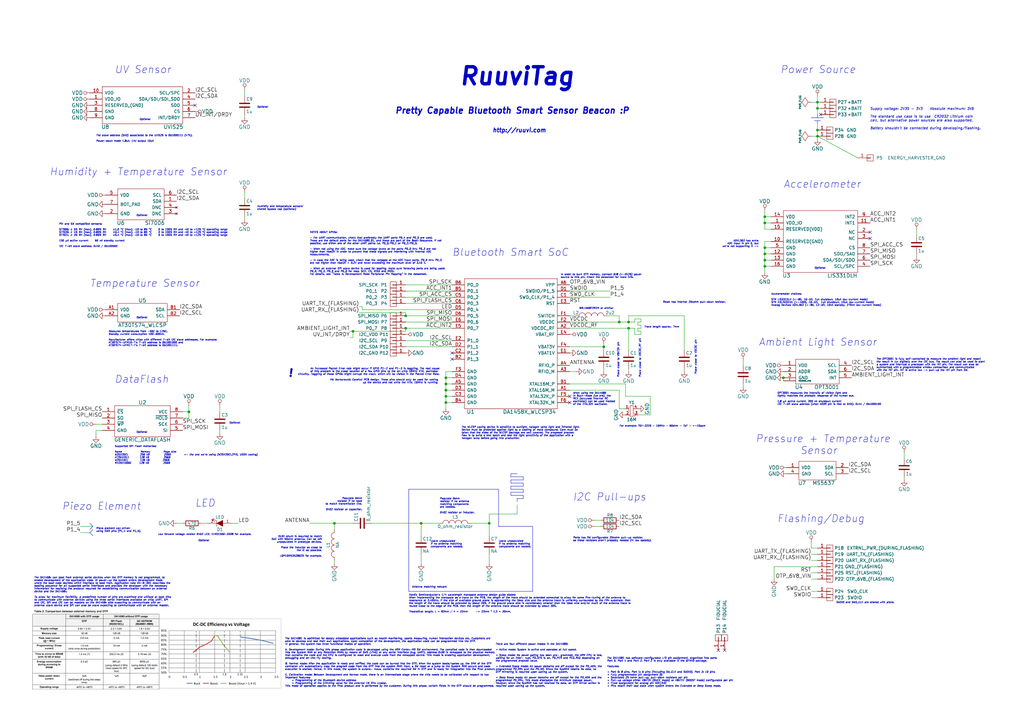
<source format=kicad_sch>
(kicad_sch (version 20230121) (generator eeschema)
  (paper "A3")
  (title_block (title "RuuviTag") (date "Tue 05 May 2015") (rev "A1") (company "Lauri Jämsä / lauri@ruuvi.com / ruuvi.com") (comment 1 "http://creativecommons.org/licenses/by-sa/4.0/") (comment 2 "License: Attribution-ShareAlike 4.0 International (CC BY-SA 4.0)"))
  (junction (at 313.69 109.22))
  (junction (at 166.37 134.62))
  (junction (at 313.69 104.14))
  (junction (at 182.88 157.48))
  (junction (at 172.72 214.63))
  (junction (at 77.47 168.91))
  (junction (at 144.78 135.89))
  (junction (at 335.28 41.91))
  (junction (at 313.69 91.44))
  (junction (at 182.88 165.1))
  (junction (at 313.69 88.9))
  (junction (at 257.81 134.62))
  (junction (at 182.88 160.02))
  (junction (at 182.88 162.56))
  (junction (at 321.31 154.94))
  (junction (at 335.28 55.88))
  (junction (at 247.65 142.24))
  (junction (at 200.66 214.63))
  (junction (at 254 132.08))
  (junction (at 313.69 106.68))
  (junction (at 137.16 214.63))
  (junction (at 335.28 44.45))
  (junction (at 313.69 101.6))
  (junction (at 182.88 154.94))
  (junction (at 166.37 129.54))
  (junction (at 257.81 132.08))
  (junction (at 335.28 53.34))
  (no_connect (at 185.42 144.78))
  (no_connect (at 356.87 97.79))
  (no_connect (at 80.01 43.18))
  (no_connect (at 336.55 46.99))
  (no_connect (at 356.87 95.25))
  (no_connect (at 233.68 162.56))
  (no_connect (at 233.68 165.1))
  (no_connect (at 294.64 266.7))
  (no_connect (at 297.18 266.7))
  (no_connect (at 185.42 147.32))
  (wire (pts (xy 166.37 135.89) (xy 166.37 134.62)))
  (wire (pts (xy 182.88 157.48) (xy 182.88 160.02)))
  (polyline (pts (xy 214.63 203.2) (xy 209.55 203.2)))
  (polyline (pts (xy 209.55 200.66) (xy 209.55 199.39)))
  (wire (pts (xy 280.67 152.4) (xy 280.67 151.13)))
  (polyline (pts (xy 204.47 200.66) (xy 167.64 200.66)))
  (wire (pts (xy 166.37 129.54) (xy 185.42 129.54)))
  (wire (pts (xy 137.16 231.14) (xy 137.16 229.87)))
  (wire (pts (xy 261.62 134.62) (xy 261.62 135.89)))
  (wire (pts (xy 185.42 160.02) (xy 182.88 160.02)))
  (wire (pts (xy 260.35 137.16) (xy 260.35 134.62)))
  (wire (pts (xy 254 132.08) (xy 257.81 132.08)))
  (wire (pts (xy 332.74 237.49) (xy 335.28 237.49)))
  (wire (pts (xy 351.79 64.77) (xy 335.28 55.88)))
  (wire (pts (xy 261.62 133.35) (xy 262.89 133.35)))
  (wire (pts (xy 280.67 129.54) (xy 280.67 143.51)))
  (wire (pts (xy 182.88 154.94) (xy 182.88 157.48)))
  (wire (pts (xy 233.68 157.48) (xy 256.54 157.48)))
  (wire (pts (xy 77.47 168.91) (xy 77.47 171.45)))
  (wire (pts (xy 317.5 237.49) (xy 317.5 232.41)))
  (wire (pts (xy 182.88 165.1) (xy 182.88 167.64)))
  (wire (pts (xy 246.38 213.36) (xy 243.84 213.36)))
  (wire (pts (xy 100.33 90.17) (xy 100.33 88.9)))
  (wire (pts (xy 256.54 157.48) (xy 256.54 162.56)))
  (wire (pts (xy 313.69 101.6) (xy 313.69 104.14)))
  (polyline (pts (xy 204.47 215.9) (xy 204.47 200.66)))
  (wire (pts (xy 182.88 152.4) (xy 185.42 152.4)))
  (wire (pts (xy 143.51 135.89) (xy 144.78 135.89)))
  (wire (pts (xy 313.69 109.22) (xy 316.23 109.22)))
  (wire (pts (xy 77.47 166.37) (xy 77.47 168.91)))
  (wire (pts (xy 262.89 134.62) (xy 261.62 134.62)))
  (wire (pts (xy 166.37 116.84) (xy 185.42 116.84)))
  (wire (pts (xy 200.66 231.14) (xy 200.66 227.33)))
  (wire (pts (xy 370.84 196.85) (xy 370.84 195.58)))
  (polyline (pts (xy 36.83 214.63) (xy 38.1 215.9)))
  (wire (pts (xy 152.4 214.63) (xy 172.72 214.63)))
  (wire (pts (xy 262.89 135.89) (xy 262.89 137.16)))
  (wire (pts (xy 100.33 78.74) (xy 100.33 81.28)))
  (wire (pts (xy 185.42 165.1) (xy 182.88 165.1)))
  (wire (pts (xy 166.37 129.54) (xy 166.37 128.27)))
  (wire (pts (xy 90.17 166.37) (xy 90.17 168.91)))
  (wire (pts (xy 335.28 44.45) (xy 335.28 46.99)))
  (wire (pts (xy 260.35 130.81) (xy 262.89 130.81)))
  (polyline (pts (xy 214.63 196.85) (xy 214.63 195.58)))
  (wire (pts (xy 100.33 36.83) (xy 100.33 39.37)))
  (wire (pts (xy 332.74 224.79) (xy 335.28 224.79)))
  (polyline (pts (xy 167.64 200.66) (xy 167.64 242.57)))
  (polyline (pts (xy 212.09 205.74) (xy 212.09 204.47)))
  (polyline (pts (xy 218.44 242.57) (xy 218.44 215.9)))
  (polyline (pts (xy 209.55 195.58) (xy 209.55 194.31)))
  (polyline (pts (xy 209.55 201.93) (xy 214.63 201.93)))
  (polyline (pts (xy 209.55 199.39) (xy 214.63 199.39)))
  (wire (pts (xy 332.74 41.91) (xy 335.28 41.91)))
  (wire (pts (xy 332.74 245.11) (xy 335.28 245.11)))
  (wire (pts (xy 33.02 218.44) (xy 36.83 218.44)))
  (polyline (pts (xy 214.63 198.12) (xy 209.55 198.12)))
  (wire (pts (xy 257.81 132.08) (xy 260.35 132.08)))
  (wire (pts (xy 313.69 106.68) (xy 313.69 109.22)))
  (wire (pts (xy 247.65 142.24) (xy 247.65 143.51)))
  (wire (pts (xy 148.59 127) (xy 148.59 125.73)))
  (wire (pts (xy 166.37 134.62) (xy 185.42 134.62)))
  (wire (pts (xy 313.69 99.06) (xy 316.23 99.06)))
  (wire (pts (xy 182.88 162.56) (xy 185.42 162.56)))
  (wire (pts (xy 335.28 41.91) (xy 335.28 44.45)))
  (wire (pts (xy 148.59 125.73) (xy 147.32 125.73)))
  (wire (pts (xy 39.37 176.53) (xy 41.91 176.53)))
  (wire (pts (xy 182.88 157.48) (xy 185.42 157.48)))
  (polyline (pts (xy 36.83 218.44) (xy 38.1 219.71)))
  (wire (pts (xy 313.69 88.9) (xy 316.23 88.9)))
  (wire (pts (xy 148.59 127) (xy 185.42 127)))
  (wire (pts (xy 313.69 104.14) (xy 316.23 104.14)))
  (wire (pts (xy 313.69 106.68) (xy 316.23 106.68)))
  (wire (pts (xy 313.69 91.44) (xy 316.23 91.44)))
  (wire (pts (xy 172.72 214.63) (xy 180.34 214.63)))
  (polyline (pts (xy 332.74 48.26) (xy 337.82 48.26)))
  (polyline (pts (xy 335.28 48.26) (xy 335.28 46.99)))
  (wire (pts (xy 97.79 214.63) (xy 95.25 214.63)))
  (wire (pts (xy 144.78 138.43) (xy 144.78 135.89)))
  (wire (pts (xy 144.78 135.89) (xy 166.37 135.89)))
  (wire (pts (xy 266.7 162.56) (xy 266.7 170.18)))
  (wire (pts (xy 137.16 214.63) (xy 144.78 214.63)))
  (polyline (pts (xy 209.55 203.2) (xy 209.55 201.93)))
  (wire (pts (xy 166.37 121.92) (xy 185.42 121.92)))
  (wire (pts (xy 77.47 168.91) (xy 74.93 168.91)))
  (wire (pts (xy 233.68 160.02) (xy 254 160.02)))
  (wire (pts (xy 254 129.54) (xy 254 132.08)))
  (wire (pts (xy 332.74 242.57) (xy 335.28 242.57)))
  (polyline (pts (xy 212.09 204.47) (xy 214.63 204.47)))
  (wire (pts (xy 262.89 133.35) (xy 262.89 134.62)))
  (wire (pts (xy 236.22 152.4) (xy 233.68 152.4)))
  (wire (pts (xy 335.28 39.37) (xy 335.28 41.91)))
  (wire (pts (xy 257.81 134.62) (xy 260.35 134.62)))
  (wire (pts (xy 254 160.02) (xy 254 167.64)))
  (wire (pts (xy 313.69 88.9) (xy 313.69 91.44)))
  (wire (pts (xy 254 129.54) (xy 248.92 129.54)))
  (wire (pts (xy 304.8 147.32) (xy 304.8 149.86)))
  (wire (pts (xy 257.81 129.54) (xy 280.67 129.54)))
  (wire (pts (xy 250.19 121.92) (xy 233.68 121.92)))
  (wire (pts (xy 332.74 222.25) (xy 332.74 224.79)))
  (polyline (pts (xy 209.55 198.12) (xy 209.55 196.85)))
  (wire (pts (xy 200.66 210.82) (xy 212.09 210.82)))
  (wire (pts (xy 166.37 132.08) (xy 185.42 132.08)))
  (wire (pts (xy 82.55 214.63) (xy 85.09 214.63)))
  (wire (pts (xy 185.42 154.94) (xy 182.88 154.94)))
  (wire (pts (xy 335.28 55.88) (xy 335.28 57.15)))
  (wire (pts (xy 257.81 134.62) (xy 257.81 143.51)))
  (wire (pts (xy 166.37 119.38) (xy 185.42 119.38)))
  (wire (pts (xy 243.84 215.9) (xy 246.38 215.9)))
  (wire (pts (xy 335.28 41.91) (xy 336.55 41.91)))
  (wire (pts (xy 332.74 227.33) (xy 335.28 227.33)))
  (wire (pts (xy 313.69 109.22) (xy 313.69 111.76)))
  (polyline (pts (xy 38.1 217.17) (xy 36.83 218.44)))
  (wire (pts (xy 233.68 132.08) (xy 254 132.08)))
  (wire (pts (xy 375.92 105.41) (xy 375.92 104.14)))
  (wire (pts (xy 332.74 234.95) (xy 335.28 234.95)))
  (wire (pts (xy 39.37 179.07) (xy 39.37 176.53)))
  (wire (pts (xy 332.74 229.87) (xy 335.28 229.87)))
  (wire (pts (xy 90.17 177.8) (xy 90.17 176.53)))
  (wire (pts (xy 39.37 173.99) (xy 41.91 173.99)))
  (polyline (pts (xy 214.63 201.93) (xy 214.63 200.66)))
  (wire (pts (xy 233.68 134.62) (xy 257.81 134.62)))
  (polyline (pts (xy 214.63 199.39) (xy 214.63 198.12)))
  (wire (pts (xy 313.69 99.06) (xy 313.69 101.6)))
  (wire (pts (xy 260.35 132.08) (xy 260.35 130.81)))
  (wire (pts (xy 317.5 232.41) (xy 335.28 232.41)))
  (wire (pts (xy 33.02 215.9) (xy 38.1 215.9)))
  (wire (pts (xy 137.16 214.63) (xy 137.16 217.17)))
  (wire (pts (xy 313.69 91.44) (xy 313.69 93.98)))
  (wire (pts (xy 335.28 44.45) (xy 336.55 44.45)))
  (wire (pts (xy 262.89 132.08) (xy 261.62 132.08)))
  (wire (pts (xy 166.37 124.46) (xy 185.42 124.46)))
  (wire (pts (xy 257.81 132.08) (xy 257.81 129.54)))
  (wire (pts (xy 313.69 86.36) (xy 313.69 88.9)))
  (polyline (pts (xy 218.44 215.9) (xy 204.47 215.9)))
  (polyline (pts (xy 209.55 196.85) (xy 214.63 196.85)))
  (wire (pts (xy 261.62 132.08) (xy 261.62 133.35)))
  (wire (pts (xy 375.92 93.98) (xy 375.92 96.52)))
  (polyline (pts (xy 335.28 49.53) (xy 335.28 50.8)))
  (wire (pts (xy 335.28 55.88) (xy 332.74 55.88)))
  (wire (pts (xy 304.8 158.75) (xy 304.8 157.48)))
  (wire (pts (xy 256.54 162.56) (xy 266.7 162.56)))
  (wire (pts (xy 335.28 53.34) (xy 335.28 55.88)))
  (wire (pts (xy 166.37 142.24) (xy 185.42 142.24)))
  (wire (pts (xy 321.31 156.21) (xy 321.31 154.94)))
  (wire (pts (xy 247.65 142.24) (xy 233.68 142.24)))
  (wire (pts (xy 335.28 50.8) (xy 335.28 53.34)))
  (wire (pts (xy 77.47 171.45) (xy 74.93 171.45)))
  (polyline (pts (xy 167.64 242.57) (xy 218.44 242.57)))
  (wire (pts (xy 172.72 231.14) (xy 172.72 227.33)))
  (polyline (pts (xy 214.63 204.47) (xy 214.63 203.2)))
  (wire (pts (xy 254 167.64) (xy 256.54 167.64)))
  (polyline (pts (xy 214.63 200.66) (xy 209.55 200.66)))
  (wire (pts (xy 166.37 128.27) (xy 147.32 128.27)))
  (wire (pts (xy 313.69 104.14) (xy 313.69 106.68)))
  (wire (pts (xy 72.39 214.63) (xy 74.93 214.63)))
  (wire (pts (xy 182.88 152.4) (xy 182.88 154.94)))
  (wire (pts (xy 236.22 129.54) (xy 233.68 129.54)))
  (wire (pts (xy 143.51 138.43) (xy 144.78 138.43)))
  (wire (pts (xy 200.66 210.82) (xy 200.66 214.63)))
  (wire (pts (xy 370.84 185.42) (xy 370.84 187.96)))
  (wire (pts (xy 182.88 162.56) (xy 182.88 165.1)))
  (wire (pts (xy 233.68 119.38) (xy 250.19 119.38)))
  (wire (pts (xy 100.33 48.26) (xy 100.33 46.99)))
  (wire (pts (xy 247.65 140.97) (xy 247.65 142.24)))
  (wire (pts (xy 166.37 139.7) (xy 185.42 139.7)))
  (wire (pts (xy 261.62 135.89) (xy 262.89 135.89)))
  (polyline (pts (xy 209.55 194.31) (xy 212.09 194.31)))
  (wire (pts (xy 200.66 214.63) (xy 200.66 219.71)))
  (polyline (pts (xy 214.63 195.58) (xy 209.55 195.58)))
  (wire (pts (xy 212.09 210.82) (xy 212.09 207.01)))
  (wire (pts (xy 313.69 93.98) (xy 316.23 93.98)))
  (wire (pts (xy 193.04 214.63) (xy 200.66 214.63)))
  (wire (pts (xy 182.88 160.02) (xy 182.88 162.56)))
  (wire (pts (xy 262.89 130.81) (xy 262.89 132.08)))
  (wire (pts (xy 313.69 101.6) (xy 316.23 101.6)))
  (polyline (pts (xy 334.01 49.53) (xy 336.55 49.53)))
  (wire (pts (xy 262.89 137.16) (xy 260.35 137.16)))
  (wire (pts (xy 127 214.63) (xy 137.16 214.63)))
  (wire (pts (xy 172.72 214.63) (xy 172.72 219.71)))
  (wire (pts (xy 257.81 152.4) (xy 257.81 151.13)))
  (wire (pts (xy 247.65 152.4) (xy 247.65 151.13)))
  (wire (pts (xy 261.62 170.18) (xy 266.7 170.18)))
  (polyline (pts (xy 38.1 215.9) (xy 36.83 217.17)))
  (image (at 39.37 266.7))
  (image (at 90.17 267.97))
  (text "The OPT3001 is fully self-contained to measure the ambient light and report\nthe result in lux digitally over the I2C bus. The result can also be used to alert\na system and interrupt a processor with the INT pin. The result can also be\nsummarized with a programmable window comparison and communicated\nwith the INT pin. INT is active low -> pull-up the INT pin from SW." (at 359.41 152.4 0) (effects (font (size 0.7112 0.7112) italic) (justify left bottom)))
  (text "Piezo Element" (at 25.4 209.55 0) (effects (font (size 2.9972 2.9972) italic) (justify left bottom)))
  (text "Optional" (at 55.88 88.9 0) (effects (font (size 0.7112 0.7112) italic) (justify left bottom)))
  (text "Power Source" (at 320.04 30.48 0) (effects (font (size 2.9972 2.9972) italic) (justify left bottom)))
  (text "Accelerometer choices:\n\nSTM LIS331DLH (+-8G, 16-bit, 1uA shutdown, 10uA low-current mode)\nSTM H3LIS331DL (+-400G, 16-bit,  1uA shutdown, 10uA low-current mode)\nAnalog Devices ADXL363 (+-8G, 12-bit, 10nA standby, 270nA low-current mode)" (at 316.23 125.73 0) (effects (font (size 0.7112 0.7112) italic) (justify left bottom)))
  (text "The slave address (SAD) associated to the UVIS25 is 0b1000111 (47h).\n\nPower-down mode 1.8uA, 1Hz output 10uA" (at 39.37 58.42 0) (effects (font (size 0.7112 0.7112) italic) (justify left bottom)))
  (text "SWDIO and SWD_CLK are shared with piezo." (at 342.9 247.65 0) (effects (font (size 0.7112 0.7112) italic) (justify left bottom)))
  (text "Optional" (at 334.01 110.49 0) (effects (font (size 0.7112 0.7112) italic) (justify left bottom)))
  (text "Place close to VDCDC pin" (at 285.75 153.67 90) (effects (font (size 0.7112 0.7112) italic) (justify left bottom)))
  (text "Leave unpopulated\nif no antenna matching\ncomponents are needed.\n" (at 176.53 224.79 0) (effects (font (size 0.7112 0.7112) italic) (justify left bottom)))
  (text "Optional" (at 93.98 173.99 0) (effects (font (size 0.7112 0.7112) italic) (justify left bottom)))
  (text "NOTES ABOUT GPIOs:\n\n- For UART communication, check that preferably the UART ports P0_4 and P0_5 are used.\nThese are the default ports for the DA14580_01, and these are part of the Boot-Sequence. If not\npossible, use either one of the other UART pairs: i.e. P0_0/P0_1 or P0_2/P0_3.\n\n- When not using the ADC, make sure the voltage levels at the ports P0_0 thru P0_3 are not\nhigher than Vbat3V in order to prevent that these signals are interfering with internal ADC\nmeasurements.\n\n- In case the ADC is being used, check that the voltages at the ADC input ports, P0_0 thru P0_3,\nare not higher than Vbat3V + 0.2V and never exceeding the maximum level of 3.45 V.\n\n- When an external SPI slave device is used for booting, make sure following ports are being used:\nP0_0, P0_3, P0_5 and P0_6 for resp. SCK, CS, MISO and MOSI.\nFor details, see “Table 4: Development Mode Peripheral Pin Mapping” in the datasheet." (at 127 113.03 0) (effects (font (size 0.7112 0.7112) italic) (justify left bottom)))
  (text "Accelerometer" (at 321.31 77.47 0) (effects (font (size 2.9972 2.9972) italic) (justify left bottom)))
  (text "http://ruuvi.com" (at 201.93 54.61 0) (effects (font (size 1.7018 1.7018) (thickness 0.3404) bold italic) (justify left bottom)))
  (text "Measures temperatures from -55C to 125C.\nStandby current consumption 400-600nA.\n\nManufacturer offers chips with different 7-bit I2C slave addresses. For example:\nAT30TS74-UFM10-T's 7-bit address is 0b1001000 and\nAT30TS74-UFM17-T's 7-bit address is 0b1001111." (at 44.45 142.24 0) (effects (font (size 0.7112 0.7112) italic) (justify left bottom)))
  (text "I2C Pull-ups" (at 234.95 205.74 0) (effects (font (size 2.9972 2.9972) italic) (justify left bottom)))
  (text "Ports has SW configurable 25kohm pull-up resistor,\nso these resistors aren't probably needed (in low speeds)." (at 234.95 222.25 0) (effects (font (size 0.7112 0.7112) italic) (justify left bottom)))
  (text "Reset has internal 25kohm pull-down resistor." (at 271.78 124.46 0) (effects (font (size 0.7112 0.7112) italic) (justify left bottom)))
  (text "In order to burn OTP memory, connect 6V8 (+-0V25) power\nsource to this pin. Check the datasheet for more info." (at 229.87 114.3 0) (effects (font (size 0.7112 0.7112) italic) (justify left bottom)))
  (text "Ambient Light Sensor" (at 311.15 142.24 0) (effects (font (size 2.9972 2.9972) italic) (justify left bottom)))
  (text "Optional" (at 55.88 130.81 0) (effects (font (size 0.7112 0.7112) italic) (justify left bottom)))
  (text "BRL1608T2R2M or similar" (at 237.49 127 0) (effects (font (size 0.7112 0.7112) italic) (justify left bottom)))
  (text "The DA14581 is optimized for deeply embedded applications such as health monitoring, sports measuring, human interaction devices etc. Customers are\nable to develop and test their own applications. Upon completion of the development, the application code can be programmed into the OTP.\nIn general, the system has three functional modes of operation:\n\nA. Development mode: During this phase application code is developed using the ARM Cortex-M0 SW environment. The compiled code is then downloaded\ninto the System RAM or any Retention RAMs by means of SWD (JTAG) or any serial interface (e.g. UART). Address 0x00 is remapped to the physical memory\nthat contains the code and the CPU is configured to reset and execute code from the remapped device. This mode is enabling application development,\ndebugging and on-the-fly testing.\n\nB. Normal mode: After the application is ready and verified, the code can be burned into the OTP. When the system boots/wakes up, the DMA of the OTP\ncontroller will automatically copy the program code from the OTP into the system RAM. Next, a SW reset or a jump to the System RAM occurs and code\nexecution is started. Hence, in this mode, the system is autono- mous, contains the required SW in OTP and is ready for integration into the final product.\n\nC. Calibration mode: Between Development and Normal mode, there is an intermediate stage where the chip needs to be calibrated with respect to two\nimportant features:\n     • Programming of the Bluetooth device address\n     • Programming of the trimming value for the external 16 MHz crystal.\nThis mode of operation applies to the final product and is performed by the customer. During this phase, certain fields in the OTP should be programmed." (at 116.84 281.94 0) (effects (font (size 0.7112 0.7112) italic) (justify left bottom)))
  (text "Optional" (at 57.15 49.53 0) (effects (font (size 0.7112 0.7112) italic) (justify left bottom)))
  (text "For example: TSX-3225 - 16MHz - 60ohm - 7pF - +-10ppm" (at 254 175.26 0) (effects (font (size 0.7112 0.7112) italic) (justify left bottom)))
  (text "Leave unpopulated\nif no antenna matching\ncomponents are needed.\n" (at 204.47 224.79 0) (effects (font (size 0.7112 0.7112) italic) (justify left bottom)))
  (text "UV Sensor" (at 46.99 30.48 0) (effects (font (size 2.9972 2.9972) italic) (justify left bottom)))
  (text "There are four different power modes in the DA14580:\n\n• Active mode: System is active and operates at full speed.\n\n• Sleep mode: No power gating has been pro- grammed, the ARM CPU is idle,\nwaiting for an inter- rupt. PD_SYS is on. PD_PER and PED_RAD depending on\nthe programmed enabled value.\n\n• Extended Sleep mode: All power domains are off except for the PD_AON, the\nprogrammed PD_RRx and the PD_SR. Since the SysRAM retains its data, no\nOTP mirroring is required upon waking up the system.\n\n• Deep Sleep mode: All power domains are off except for the PD_AON and the\nprogrammed PD_RRx. This mode dissipates the minimum leakage power.\nHowever, since the SysRAM has not retained its data, an OTP mirror action is\nrequired upon waking up the system." (at 203.2 281.94 0) (effects (font (size 0.7112 0.7112) italic) (justify left bottom)))
  (text "When using the DA14580\nin Buck-mode (we are), the \nRCX (accurate internal RC \noscillator) can be used instead \nof the XTAL32K oscillator." (at 234.95 166.37 0) (effects (font (size 0.7112 0.7112) italic) (justify left bottom)))
  (text "Populate 0ohm\nresistor if no need\nto match transmission line.\n\n0402 resistor or capacitor." (at 148.59 209.55 0) (effects (font (size 0.7112 0.7112) italic) (justify right bottom)))
  (text "RuuviTag" (at 187.96 35.56 0) (effects (font (size 7.0104 7.0104) (thickness 1.4021) bold italic) (justify left bottom)))
  (text "Flashing/Debug" (at 318.77 214.63 0) (effects (font (size 2.9972 2.9972) italic) (justify left bottom)))
  (text "Pretty Capable Bluetooth Smart Sensor Beacon :P" (at 161.925 46.99 0) (effects (font (size 2.4892 2.4892) (thickness 0.4978) bold italic) (justify left bottom)))
  (text "Supply voltage: 2V35 - 3V3    Absolute maximum: 3V6\n\nThe standard use case is to use  CR2032 Lithium coin\ncell, but alternative power sources are also supported.\n\nBattery shouldn't be connected during developing/flashing." (at 356.87 53.34 0) (effects (font (size 0.9906 0.9906) italic) (justify left bottom)))
  (text "Humidity and temperature sensors'\nshared bypass cap (optional)" (at 105.41 86.36 0) (effects (font (size 0.7112 0.7112) italic) (justify left bottom)))
  (text "Temperature Sensor" (at 36.83 118.11 0) (effects (font (size 2.9972 2.9972) italic) (justify left bottom)))
  (text "Pressure + Temperature\n        Sensor" (at 309.88 186.69 0) (effects (font (size 2.9972 2.9972) italic) (justify left bottom)))
  (text "Optional" (at 105.41 44.45 0) (effects (font (size 0.7112 0.7112) italic) (justify left bottom)))
  (text "Nordic Semiconductor's 1/4 wavelength monopole antenna design guide states:\nWhen implementing the monopole as a trace on the PCB, the length of the trace should be extended somewhat to allow for some fine-tuning of the antenna to\nresonance at 2.45GHz. If the size of available ground plane is approaching the ideal size and the antenna trace is uniformly surrounded by the FR4 substrate, then\nthe length of the trace should be extended by about 20%. If the ground plane size is considerably smaller than the ideal size and/or much of the antenna trace is\nrouted close to the edge of the PCB, then the length of the antenna trace should be extended by about 30%. \n\nTheoretical length: L = 92mm / 4 = 23mm      -> 23mm * 1.3 = 30mm." (at 167.64 251.46 0) (effects (font (size 0.7112 0.7112) italic) (justify left bottom)))
  (text "Low forward voltage version 0402 LED, VLMO1500-GS08 for example." (at 64.77 219.71 0) (effects (font (size 0.7112 0.7112) italic) (justify left bottom)))
  (text "Humidity + Temperature Sensor" (at 20.32 72.39 0) (effects (font (size 2.9972 2.9972) italic) (justify left bottom)))
  (text "Trace length approx. 7mm" (at 264.16 134.62 0) (effects (font (size 0.7112 0.7112) italic) (justify left bottom)))
  (text "Piezo element can driven\nusing SWD pins (P1_4 and P1_5)." (at 39.37 218.44 0) (effects (font (size 0.7112 0.7112) italic) (justify left bottom)))
  (text "Antenna matching network" (at 168.91 241.3 0) (effects (font (size 0.7112 0.7112) italic) (justify left bottom)))
  (text "3n3H shunt is required to match\nSoC with 50ohm antenna. Can be left\nunpopulated in prototype devices.\n\nPlace the inductor as close to\nthe IC as possible.\n\nLQP15MN3N3B02D for example." (at 132.08 228.6 0) (effects (font (size 0.7112 0.7112) italic) (justify right bottom)))
  (text "!" (at 118.11 154.94 0) (effects (font (size 2.9972 2.9972) (thickness 0.5994) bold italic) (justify left bottom)))
  (text "The WLCSP casing device is sensitive to sunlight, halogen lamp light and infrared light.\nDevice must be protected against light by a coating or mold compound. Care must be\ntaken that the sides of the WLCSP package are well covered. The proposed process\nflow is to build a test batch and test the light sensitivity of the application with a\nhalogen lamp before going into production. " (at 189.23 180.34 0) (effects (font (size 0.7112 0.7112) italic) (justify left bottom)))
  (text "Bluetooth Smart SoC" (at 185.42 105.41 0) (effects (font (size 2.9972 2.9972) italic) (justify left bottom)))
  (text "LED" (at 80.01 208.28 0) (effects (font (size 2.9972 2.9972) italic) (justify left bottom)))
  (text "The DA14581 has software-configurable I/O pin assignment, organized into ports\nPort 0, Port 1 and Port 2. Port 2 is only available in the QFN40 package. \n\nFeatures:\n\n• Port 0: 8 pins, Port 1: 6 pins (including SW_CLK and SWDIO), Port 2: 10 pins\n• Fully programmable pin assignment (!)\n• Selectable 25 kohm pull-up, pull-down resistors per pin\n• Pull-up voltage either VBAT3V (BUCK mode) or VBAT1V (BOOST mode) configurable per pin\n• Fixed assignment for analog pin ADC[3:0]\n• Pins retain their last state when system enters the Extended or Deep Sleep mode." (at 248.92 281.94 0) (effects (font (size 0.7112 0.7112) italic) (justify left bottom)))
  (text "DataFlash" (at 46.99 157.48 0) (effects (font (size 2.9972 2.9972) italic) (justify left bottom)))
  (text "An increased Packet Error rate might occur if GPIO P1-2 and P1-3 is toggling. The root cause\nof this problem is the close location of a few GPIO pins to the on-chip 16MHz XTAL oscillator \ncircuitry. Toggling of these GPIOs might corrupt the clock, which will be visible in the Packet Error Rate.\n\nHW Workaround: Carefull PCB design. These pins should only be used for waking \nup the device and not while the XTAL 16MHz is running. " (at 180.34 157.48 0) (effects (font (size 0.7112 0.7112) italic) (justify right bottom)))
  (text "Optional" (at 81.28 222.25 0) (effects (font (size 0.7112 0.7112) italic) (justify left bottom)))
  (text "The DA1458x can boot from external serial devices when the OTP memory is not programmed, to\nenable development of the application code. At power-up the system enters Development Mode,\nwhere the boot code decides which interface to boot from. Application note AN-B-001 describes the\nbooting sequence for all supported serial interfaces and provides the developer with the necessary\ninformation for realising the protocol required for establishing communication between an external\ndevice and the DA1458x.\n\nTo allow for maximum flexibility, a predefined number of pins are examined and utilised at boot time\nto communicate with external devices using the three serial interfaces available on chip: UART, SPI\nand I2C. SPI and I2C can be masters on the DA1458x side expecting to communicate with an\nexternal slave device and SPI can also be slave expecting to communicate with an external master." (at 13.97 248.92 0) (effects (font (size 0.7112 0.7112) italic) (justify left bottom)))
  (text "Pin and SW compatible sensors:\n\nSi7006: ± 5% RH (max), 0–80% RH     ±1.0 °C (max), –10 to 85 °C     0 to 100% RH and –40 to +125 °C operating range\nSi7020: ± 4% RH (max), 0–80% RH     ±0.4 °C (max), –10 to 85 °C     0 to 100% RH and –40 to +125 °C operating range\nSi7021: ± 3% RH (max), 0–80% RH     ±0.4 °C (max), –10 to 85 °C     0 to 100% RH and –40 to +125 °C operating range\n\n150 µA active current     60 nA standby current\n\nI2C 7-bit slave address: 0x40 / 0b100000" (at 24.13 101.6 0) (effects (font (size 0.7112 0.7112) italic) (justify left bottom)))
  (text "Place close to VBAT3V pin" (at 254 154.94 90) (effects (font (size 0.7112 0.7112) italic) (justify left bottom)))
  (text "Populate 0ohm\nresistor if no antenna\nmatching components\nare needed.\n\n0402 resistor or inductor." (at 180.34 210.82 0) (effects (font (size 0.7112 0.7112) italic) (justify left bottom)))
  (text "Optional" (at 55.88 177.8 0) (effects (font (size 0.7112 0.7112) italic) (justify left bottom)))
  (text "OPT3001 measures the intensity of visible light and\ntightly matches the photopic response of the human eye.\n\n1.8 µA active current, 300 nA shutdown current\nI2C 7-bit slave address (when ADDR pin is tied to GND): 0x44 / 0b1000100" (at 318.77 166.37 0) (effects (font (size 0.7112 0.7112) italic) (justify left bottom)))
  (text "Place close to VDCDC_RF pin" (at 262.89 154.94 90) (effects (font (size 0.7112 0.7112) italic) (justify left bottom)))
  (text "Supported SPI Flash memories:\n\nName              Memory          Page size\nW25X20CL         256 kB           256B          <- the one we're using (W25X20CLZPIG, USON casing)\nAT25XE011        128 kB           256B\nW25X10CL         128 kB          256B\nMX25V1006E      128 kB           256B" (at 46.99 190.5 0) (effects (font (size 0.7112 0.7112) italic) (justify left bottom)))
  (text "ADXL363 has extra\nADC input in pin 5, but\nwe're not supporting it ->" (at 311.15 101.6 0) (effects (font (size 0.7112 0.7112) italic) (justify right bottom)))
  (label "UART_TX_(FLASHING)" (at 332.74 227.33 180) (effects (font (size 1.524 1.524))))
  (label "UV_INT/DRDY" (at 143.51 138.43 180) (effects (font (size 1.524 1.524))))
  (label "UART_TX_(FLASHING)" (at 147.32 125.73 180) (effects (font (size 1.524 1.524))))
  (label "SPI_ACC_CS" (at 185.42 121.92 180) (effects (font (size 1.524 1.524))))
  (label "SPI_FLASH_CS" (at 41.91 168.91 180) (effects (font (size 1.524 1.524))))
  (label "P1_4" (at 33.02 218.44 180) (effects (font (size 1.524 1.524))))
  (label "I2C_SCL" (at 72.39 80.01 0) (effects (font (size 1.524 1.524))))
  (label "UV_INT/DRDY" (at 80.01 48.26 0) (effects (font (size 1.524 1.524))))
  (label "SPI_ACC_CS" (at 356.87 101.6 0) (effects (font (size 1.524 1.524))))
  (label "SWDIO" (at 233.68 119.38 0) (effects (font (size 1.524 1.524))))
  (label "SPI_MOSI" (at 356.87 106.68 0) (effects (font (size 1.524 1.524))))
  (label "SWD_CLK" (at 332.74 242.57 180) (effects (font (size 1.524 1.524))))
  (label "I2C_SCL" (at 73.66 129.54 0) (effects (font (size 1.524 1.524))))
  (label "P1_5" (at 250.19 119.38 0) (effects (font (size 1.524 1.524))))
  (label "P1_4" (at 250.19 121.92 0) (effects (font (size 1.524 1.524))))
  (label "SPI_MISO" (at 185.42 129.54 180) (effects (font (size 1.524 1.524))))
  (label "SPI_SCK" (at 74.93 173.99 0) (effects (font (size 1.524 1.524))))
  (label "SPI_SCK" (at 356.87 109.22 0) (effects (font (size 1.524 1.524))))
  (label "I2C_SCL" (at 185.42 139.7 180) (effects (font (size 1.524 1.524))))
  (label "ACC_INT2" (at 185.42 134.62 180) (effects (font (size 1.524 1.524))))
  (label "SWD_CLK" (at 233.68 121.92 0) (effects (font (size 1.524 1.524))))
  (label "I2C_SCL" (at 349.25 149.86 0) (effects (font (size 1.524 1.524))))
  (label "I2C_SDA" (at 185.42 142.24 180) (effects (font (size 1.524 1.524))))
  (label "RST" (at 332.74 234.95 180) (effects (font (size 1.524 1.524))))
  (label "ANTENNA" (at 127 214.63 180) (effects (font (size 1.524 1.524))))
  (label "LED" (at 185.42 127 180) (effects (font (size 1.524 1.524))))
  (label "OTP_6V8_VIN" (at 233.68 116.84 0) (effects (font (size 1.524 1.524))))
  (label "SPI_MISO" (at 356.87 104.14 0) (effects (font (size 1.524 1.524))))
  (label "UART_RX_(FLASHING)" (at 147.32 128.27 180) (effects (font (size 1.524 1.524))))
  (label "SPI_SCK" (at 185.42 116.84 180) (effects (font (size 1.524 1.524))))
  (label "I2C_SCL" (at 347.98 194.31 0) (effects (font (size 1.524 1.524))))
  (label "ACC_INT1" (at 185.42 119.38 180) (effects (font (size 1.524 1.524))))
  (label "ACC_INT2" (at 356.87 88.9 0) (effects (font (size 1.524 1.524))))
  (label "SWDIO" (at 332.74 245.11 180) (effects (font (size 1.524 1.524))))
  (label "I2C_SDA" (at 73.66 127 0) (effects (font (size 1.524 1.524))))
  (label "I2C_SDA" (at 254 213.36 0) (effects (font (size 1.524 1.524))))
  (label "I2C_SCL" (at 80.01 38.1 0) (effects (font (size 1.524 1.524))))
  (label "AMBIENT_LIGHT_INT" (at 349.25 154.94 0) (effects (font (size 1.524 1.524))))
  (label "ACC_INT1" (at 356.87 91.44 0) (effects (font (size 1.524 1.524))))
  (label "LED" (at 97.79 214.63 0) (effects (font (size 1.524 1.524))))
  (label "I2C_SDA" (at 347.98 191.77 0) (effects (font (size 1.524 1.524))))
  (label "I2C_SDA" (at 349.25 152.4 0) (effects (font (size 1.524 1.524))))
  (label "I2C_SDA" (at 80.01 40.64 0) (effects (font (size 1.524 1.524))))
  (label "P1_5" (at 33.02 215.9 180) (effects (font (size 1.524 1.524))))
  (label "AMBIENT_LIGHT_INT" (at 143.51 135.89 180) (effects (font (size 1.524 1.524))))
  (label "UART_RX_(FLASHING)" (at 332.74 229.87 180) (effects (font (size 1.524 1.524))))
  (label "SPI_MOSI" (at 74.93 176.53 0) (effects (font (size 1.524 1.524))))
  (label "RST" (at 233.68 124.46 0) (effects (font (size 1.524 1.524))))
  (label "VDCDC_RF" (at 233.68 134.62 0) (effects (font (size 1.524 1.524))))
  (label "OTP_6V8_VIN" (at 332.74 237.49 180) (effects (font (size 1.524 1.524))))
  (label "SPI_MOSI" (at 185.42 132.08 180) (effects (font (size 1.524 1.524))))
  (label "I2C_SDA" (at 72.39 82.55 0) (effects (font (size 1.524 1.524))))
  (label "I2C_SCL" (at 254 215.9 0) (effects (font (size 1.524 1.524))))
  (label "SPI_FLASH_CS" (at 185.42 124.46 180) (effects (font (size 1.524 1.524))))
  (label "ANTENNA" (at 233.68 149.86 0) (effects (font (size 1.524 1.524))))
  (label "VDCDC" (at 233.68 132.08 0) (effects (font (size 1.524 1.524))))
  (label "SPI_MISO" (at 41.91 171.45 180) (effects (font (size 1.524 1.524))))
  (symbol (lib_id "ruuvitag_reva1-rescue:GND") (at 182.88 167.64 0) (unit 1)
    (property "Reference" "#PWR26" (effects hide))
    (property "Value" "GND" (at 182.88 171.45 0) (effects (font (size 1.524 1.524))))
  )
  (symbol (lib_id "ruuvitag_reva1-rescue:GND") (at 236.22 152.4 90) (unit 1)
    (property "Reference" "#PWR30" (effects hide))
    (property "Value" "GND" (at 241.3 152.4 90) (effects (font (size 1.524 1.524))))
  )
  (symbol (lib_id "ruuvitag_reva1-rescue:INDUCTOR_SMALL") (at 242.57 129.54 0) (unit 1)
    (property "Reference" "L2" (at 236.22 128.27 0))
    (property "Value" "2u2" (at 250.19 128.27 0))
    (property "Footprint" "RuuviTag:0603_GENERAL" (effects hide))
  )
  (symbol (lib_id "ruuvitag_reva1-rescue:C") (at 257.81 147.32 0) (unit 1)
    (property "Reference" "C1" (at 258.445 144.78 0) (effects (justify left)))
    (property "Value" "1u" (at 258.445 149.86 0) (effects (justify left)))
    (property "Footprint" "RuuviTag:0402_GENERAL" (effects hide))
  )
  (symbol (lib_id "ruuvitag_reva1-rescue:GND") (at 257.81 152.4 0) (unit 1)
    (property "Reference" "#PWR36" (effects hide))
    (property "Value" "GND" (at 257.81 156.21 0) (effects (font (size 1.524 1.524))))
  )
  (symbol (lib_id "ruuvitag_reva1-rescue:CONN_01X01") (at 161.29 116.84 180) (unit 1)
    (property "Reference" "P1" (at 157.48 116.84 0))
    (property "Value" "SPI_SCK" (at 151.13 116.84 0))
    (property "Footprint" "RuuviTag:05MM_PLATED_RECT_HOLE" (effects hide))
  )
  (symbol (lib_id "ruuvitag_reva1-rescue:CONN_01X01") (at 161.29 119.38 180) (unit 1)
    (property "Reference" "P2" (at 157.48 119.38 0))
    (property "Value" "P0_1" (at 152.4 119.38 0))
    (property "Footprint" "RuuviTag:05MM_PLATED_RECT_HOLE" (effects hide))
  )
  (symbol (lib_id "ruuvitag_reva1-rescue:CONN_01X01") (at 161.29 121.92 180) (unit 1)
    (property "Reference" "P3" (at 157.48 121.92 0))
    (property "Value" "P0_2" (at 152.4 121.92 0))
    (property "Footprint" "RuuviTag:05MM_PLATED_RECT_HOLE" (effects hide))
  )
  (symbol (lib_id "ruuvitag_reva1-rescue:CONN_01X01") (at 161.29 124.46 180) (unit 1)
    (property "Reference" "P4" (at 157.48 124.46 0))
    (property "Value" "P0_3" (at 152.4 124.46 0))
    (property "Footprint" "RuuviTag:05MM_PLATED_RECT_HOLE" (effects hide))
  )
  (symbol (lib_id "ruuvitag_reva1-rescue:CONN_01X01") (at 161.29 129.54 180) (unit 1)
    (property "Reference" "P6" (at 157.48 129.54 0))
    (property "Value" "SPI_MISO" (at 151.13 129.54 0))
    (property "Footprint" "RuuviTag:05MM_PLATED_RECT_HOLE" (effects hide))
  )
  (symbol (lib_id "ruuvitag_reva1-rescue:CONN_01X01") (at 161.29 132.08 180) (unit 1)
    (property "Reference" "P7" (at 157.48 132.08 0))
    (property "Value" "SPI_MOSI" (at 151.13 132.08 0))
    (property "Footprint" "RuuviTag:05MM_PLATED_RECT_HOLE" (effects hide))
  )
  (symbol (lib_id "ruuvitag_reva1-rescue:CONN_01X01") (at 161.29 134.62 180) (unit 1)
    (property "Reference" "P8" (at 157.48 134.62 0))
    (property "Value" "P0_7" (at 152.4 134.62 0))
    (property "Footprint" "RuuviTag:05MM_PLATED_RECT_HOLE" (effects hide))
  )
  (symbol (lib_id "ruuvitag_reva1-rescue:CONN_01X01") (at 161.29 139.7 180) (unit 1)
    (property "Reference" "P9" (at 157.48 139.7 0))
    (property "Value" "I2C_SCL" (at 151.13 139.7 0))
    (property "Footprint" "RuuviTag:05MM_PLATED_RECT_HOLE" (effects hide))
  )
  (symbol (lib_id "ruuvitag_reva1-rescue:CONN_01X01") (at 161.29 142.24 180) (unit 1)
    (property "Reference" "P10" (at 157.48 142.24 0))
    (property "Value" "I2C_SDA" (at 151.13 142.24 0))
    (property "Footprint" "RuuviTag:05MM_PLATED_RECT_HOLE" (effects hide))
  )
  (symbol (lib_id "ruuvitag_reva1-rescue:INDUCTOR_SMALL") (at 137.16 223.52 90) (unit 1)
    (property "Reference" "L1" (at 134.62 223.52 0))
    (property "Value" "NA" (at 138.43 223.52 0))
    (property "Footprint" "RuuviTag:0402_GENERAL" (effects hide))
  )
  (symbol (lib_id "ruuvitag_reva1-rescue:GND") (at 137.16 231.14 0) (unit 1)
    (property "Reference" "#PWR22" (effects hide))
    (property "Value" "GND" (at 137.16 236.22 90) (effects (font (size 1.524 1.524))))
  )
  (symbol (lib_id "ruuvitag_reva1-rescue:DA1458X_WLCSP34") (at 209.55 140.97 0) (unit 1)
    (property "Reference" "U1" (at 193.04 168.91 0) (effects (font (size 1.524 1.524))))
    (property "Value" "DA1458X_WLCSP34" (at 217.17 168.91 0) (effects (font (size 1.524 1.524))))
    (property "Footprint" "RuuviTag:WLCSP34" (effects hide))
  )
  (symbol (lib_id "ruuvitag_reva1-rescue:GENERIC_DATAFLASH") (at 58.42 172.72 0) (unit 1)
    (property "Reference" "U2" (at 58.42 165.1 0) (effects (font (size 1.524 1.524))))
    (property "Value" "GENERIC_DATAFLASH" (at 58.42 180.34 0) (effects (font (size 1.524 1.524))))
    (property "Footprint" "RuuviTag:USON8_2X3MM" (effects hide))
  )
  (symbol (lib_id "ruuvitag_reva1-rescue:GND") (at 39.37 179.07 0) (unit 1)
    (property "Reference" "#PWR7" (effects hide))
    (property "Value" "GND" (at 39.37 182.88 0) (effects (font (size 1.524 1.524))))
  )
  (symbol (lib_id "ruuvitag_reva1-rescue:C") (at 90.17 172.72 0) (unit 1)
    (property "Reference" "C3" (at 90.805 170.18 0) (effects (justify left)))
    (property "Value" "1u" (at 90.805 175.26 0) (effects (justify left)))
    (property "Footprint" "RuuviTag:0402_GENERAL" (effects hide))
  )
  (symbol (lib_id "ruuvitag_reva1-rescue:GND") (at 90.17 177.8 0) (unit 1)
    (property "Reference" "#PWR17" (effects hide))
    (property "Value" "GND" (at 90.17 181.61 0) (effects (font (size 1.524 1.524))))
  )
  (symbol (lib_id "ruuvitag_reva1-rescue:LED-RESCUE-ruuvitag_reva1") (at 90.17 214.63 180) (unit 1)
    (property "Reference" "D1" (at 90.17 217.17 0))
    (property "Value" "LED" (at 90.17 212.09 0))
    (property "Footprint" "RuuviTag:0402_LED" (effects hide))
  )
  (symbol (lib_id "ruuvitag_reva1-rescue:R") (at 78.74 214.63 270) (unit 1)
    (property "Reference" "R6" (at 78.74 216.662 90))
    (property "Value" "470" (at 78.74 214.63 90))
    (property "Footprint" "RuuviTag:0402_GENERAL" (effects hide))
  )
  (symbol (lib_id "ruuvitag_reva1-rescue:GND") (at 72.39 214.63 270) (unit 1)
    (property "Reference" "#PWR13" (effects hide))
    (property "Value" "GND" (at 67.31 214.63 90) (effects (font (size 1.524 1.524))))
  )
  (symbol (lib_id "ruuvitag_reva1-rescue:C") (at 375.92 100.33 0) (unit 1)
    (property "Reference" "C5" (at 376.555 97.79 0) (effects (justify left)))
    (property "Value" "1u" (at 376.555 102.87 0) (effects (justify left)))
    (property "Footprint" "RuuviTag:0402_GENERAL" (effects hide))
  )
  (symbol (lib_id "ruuvitag_reva1-rescue:GND") (at 375.92 105.41 0) (unit 1)
    (property "Reference" "#PWR55" (effects hide))
    (property "Value" "GND" (at 375.92 109.22 0) (effects (font (size 1.524 1.524))))
  )
  (symbol (lib_id "ruuvitag_reva1-rescue:GND") (at 335.28 57.15 0) (unit 1)
    (property "Reference" "#PWR51" (effects hide))
    (property "Value" "GND" (at 335.28 60.96 0) (effects (font (size 1.524 1.524))))
  )
  (symbol (lib_id "ruuvitag_reva1-rescue:VDD") (at 375.92 93.98 0) (unit 1)
    (property "Reference" "#PWR54" (effects hide))
    (property "Value" "VDD" (at 375.92 90.17 0) (effects (font (size 1.524 1.524))))
  )
  (symbol (lib_id "ruuvitag_reva1-rescue:VDD") (at 39.37 173.99 90) (unit 1)
    (property "Reference" "#PWR6" (effects hide))
    (property "Value" "VDD" (at 34.29 173.99 90) (effects (font (size 1.524 1.524))))
  )
  (symbol (lib_id "ruuvitag_reva1-rescue:VDD") (at 77.47 166.37 0) (unit 1)
    (property "Reference" "#PWR14" (effects hide))
    (property "Value" "VDD" (at 77.47 162.56 0) (effects (font (size 1.524 1.524))))
  )
  (symbol (lib_id "ruuvitag_reva1-rescue:VDD") (at 90.17 166.37 0) (unit 1)
    (property "Reference" "#PWR16" (effects hide))
    (property "Value" "VDD" (at 90.17 162.56 0) (effects (font (size 1.524 1.524))))
  )
  (symbol (lib_id "ruuvitag_reva1-rescue:R") (at 250.19 215.9 270) (unit 1)
    (property "Reference" "R7" (at 250.19 217.932 90))
    (property "Value" "10k" (at 250.19 215.9 90))
    (property "Footprint" "RuuviTag:0402_GENERAL" (effects hide))
  )
  (symbol (lib_id "ruuvitag_reva1-rescue:R") (at 250.19 213.36 90) (unit 1)
    (property "Reference" "R8" (at 250.19 211.328 90))
    (property "Value" "10k" (at 250.19 213.36 90))
    (property "Footprint" "RuuviTag:0402_GENERAL" (effects hide))
  )
  (symbol (lib_id "ruuvitag_reva1-rescue:VDD") (at 243.84 215.9 90) (unit 1)
    (property "Reference" "#PWR32" (effects hide))
    (property "Value" "VDD" (at 238.76 215.9 90) (effects (font (size 1.524 1.524))))
  )
  (symbol (lib_id "ruuvitag_reva1-rescue:VDD") (at 243.84 213.36 90) (unit 1)
    (property "Reference" "#PWR31" (effects hide))
    (property "Value" "VDD" (at 238.76 213.36 90) (effects (font (size 1.524 1.524))))
  )
  (symbol (lib_id "ruuvitag_reva1-rescue:GND") (at 317.5 237.49 0) (unit 1)
    (property "Reference" "#PWR43" (effects hide))
    (property "Value" "GND" (at 317.5 242.57 90) (effects (font (size 1.524 1.524))))
  )
  (symbol (lib_id "ruuvitag_reva1-rescue:CONN_01X01") (at 340.36 224.79 0) (unit 1)
    (property "Reference" "P18" (at 344.17 224.79 0))
    (property "Value" "EXTRNL_PWR_(DURING_FLASHING)" (at 363.22 224.79 0))
    (property "Footprint" "RuuviTag:09MM_PLATED_HOLE" (effects hide))
  )
  (symbol (lib_id "ruuvitag_reva1-rescue:CONN_01X01") (at 340.36 227.33 0) (unit 1)
    (property "Reference" "P19" (at 344.17 227.33 0))
    (property "Value" "UART_TX_(FLASHING)" (at 356.87 227.33 0))
    (property "Footprint" "RuuviTag:09MM_PLATED_HOLE" (effects hide))
  )
  (symbol (lib_id "ruuvitag_reva1-rescue:CONN_01X01") (at 340.36 229.87 0) (unit 1)
    (property "Reference" "P20" (at 344.17 229.87 0))
    (property "Value" "UART_RX_(FLASHING)" (at 356.87 229.87 0))
    (property "Footprint" "RuuviTag:09MM_PLATED_HOLE" (effects hide))
  )
  (symbol (lib_id "ruuvitag_reva1-rescue:CONN_01X01") (at 340.36 232.41 0) (unit 1)
    (property "Reference" "P21" (at 344.17 232.41 0))
    (property "Value" "GND_(FLASHING)" (at 354.33 232.41 0))
    (property "Footprint" "RuuviTag:09MM_PLATED_HOLE" (effects hide))
  )
  (symbol (lib_id "ruuvitag_reva1-rescue:PWR_FLAG") (at 332.74 41.91 90) (unit 1)
    (property "Reference" "#FLG1" (effects hide))
    (property "Value" "PWR_FLAG" (at 328.168 41.91 0) (effects (font (size 0.762 0.762))))
  )
  (symbol (lib_id "ruuvitag_reva1-rescue:PWR_FLAG") (at 332.74 55.88 90) (unit 1)
    (property "Reference" "#FLG2" (effects hide))
    (property "Value" "PWR_FLAG" (at 328.168 55.88 0) (effects (font (size 0.762 0.762))))
  )
  (symbol (lib_id "ruuvitag_reva1-rescue:LIS331DLH") (at 336.55 99.06 0) (unit 1)
    (property "Reference" "U3" (at 322.58 113.03 0) (effects (font (size 1.524 1.524))))
    (property "Value" "LIS331DLH" (at 345.44 113.03 0) (effects (font (size 1.524 1.524))))
    (property "Footprint" "RuuviTag:LGA16_3X3MM" (effects hide))
  )
  (symbol (lib_id "ruuvitag_reva1-rescue:VDD") (at 313.69 86.36 0) (unit 1)
    (property "Reference" "#PWR41" (effects hide))
    (property "Value" "VDD" (at 313.69 82.55 0) (effects (font (size 1.524 1.524))))
  )
  (symbol (lib_id "ruuvitag_reva1-rescue:GND") (at 313.69 111.76 0) (unit 1)
    (property "Reference" "#PWR42" (effects hide))
    (property "Value" "GND" (at 313.69 115.57 0) (effects (font (size 1.524 1.524))))
  )
  (symbol (lib_id "ruuvitag_reva1-rescue:CONN_01X01") (at 340.36 237.49 0) (unit 1)
    (property "Reference" "P22" (at 344.17 237.49 0))
    (property "Value" "OTP_6V8_(FLASHING)" (at 356.87 237.49 0))
    (property "Footprint" "RuuviTag:09MM_PLATED_HOLE" (effects hide))
  )
  (symbol (lib_id "ruuvitag_reva1-rescue:CONN_01X01") (at 340.36 245.11 0) (unit 1)
    (property "Reference" "P23" (at 344.17 245.11 0))
    (property "Value" "SWDIO" (at 350.52 245.11 0))
    (property "Footprint" "RuuviTag:09MM_PLATED_HOLE" (effects hide))
  )
  (symbol (lib_id "ruuvitag_reva1-rescue:CONN_01X01") (at 340.36 242.57 0) (unit 1)
    (property "Reference" "P24" (at 344.17 242.57 0))
    (property "Value" "SWD_CLK" (at 351.79 242.57 0))
    (property "Footprint" "RuuviTag:09MM_PLATED_HOLE" (effects hide))
  )
  (symbol (lib_id "ruuvitag_reva1-rescue:CONN_01X01") (at 340.36 234.95 0) (unit 1)
    (property "Reference" "P25" (at 344.17 234.95 0))
    (property "Value" "RST_(FLASHING)" (at 354.33 234.95 0))
    (property "Footprint" "RuuviTag:09MM_PLATED_HOLE" (effects hide))
  )
  (symbol (lib_id "ruuvitag_reva1-rescue:CONN_01X01") (at 341.63 41.91 0) (unit 1)
    (property "Reference" "P27" (at 345.44 41.91 0))
    (property "Value" "+BATT" (at 350.52 41.91 0))
    (property "Footprint" "RuuviTag:WIDE_PLATED_HOLE" (effects hide))
  )
  (symbol (lib_id "ruuvitag_reva1-rescue:CONN_01X01") (at 340.36 55.88 0) (unit 1)
    (property "Reference" "P28" (at 344.17 55.88 0))
    (property "Value" "GND" (at 349.25 55.88 0))
    (property "Footprint" "RuuviTag:09MM_PLATED_HOLE" (effects hide))
  )
  (symbol (lib_id "ruuvitag_reva1-rescue:VDD") (at 335.28 39.37 0) (unit 1)
    (property "Reference" "#PWR50" (effects hide))
    (property "Value" "VDD" (at 335.28 35.56 0) (effects (font (size 1.524 1.524))))
  )
  (symbol (lib_id "ruuvitag_reva1-rescue:GND") (at 233.68 144.78 90) (unit 1)
    (property "Reference" "#PWR29" (effects hide))
    (property "Value" "GND" (at 238.76 144.78 90) (effects (font (size 1.524 1.524))))
  )
  (symbol (lib_id "ruuvitag_reva1-rescue:VDD") (at 247.65 140.97 0) (unit 1)
    (property "Reference" "#PWR33" (effects hide))
    (property "Value" "VDD" (at 247.65 137.16 0) (effects (font (size 1.524 1.524))))
  )
  (symbol (lib_id "ruuvitag_reva1-rescue:VDD") (at 233.68 137.16 270) (unit 1)
    (property "Reference" "#PWR28" (effects hide))
    (property "Value" "VDD" (at 238.76 137.16 90) (effects (font (size 1.524 1.524))))
  )
  (symbol (lib_id "ruuvitag_reva1-rescue:AT30TS74_WLCSP") (at 58.42 128.27 0) (unit 1)
    (property "Reference" "U5" (at 58.42 123.19 0) (effects (font (size 1.5494 1.5494))))
    (property "Value" "AT30TS74_WLCSP" (at 58.42 133.35 0) (effects (font (size 1.5494 1.5494))))
    (property "Footprint" "RuuviTag:WLCSP4" (effects hide))
  )
  (symbol (lib_id "ruuvitag_reva1-rescue:VDD") (at 43.18 127 90) (unit 1)
    (property "Reference" "#PWR11" (effects hide))
    (property "Value" "VDD" (at 38.1 127 90) (effects (font (size 1.524 1.524))))
  )
  (symbol (lib_id "ruuvitag_reva1-rescue:GND") (at 43.18 129.54 270) (unit 1)
    (property "Reference" "#PWR12" (effects hide))
    (property "Value" "GND" (at 38.1 129.54 90) (effects (font (size 1.524 1.524))))
  )
  (symbol (lib_id "ruuvitag_reva1-rescue:VDD") (at 332.74 222.25 0) (unit 1)
    (property "Reference" "#PWR49" (effects hide))
    (property "Value" "VDD" (at 332.74 218.44 0) (effects (font (size 1.524 1.524))))
  )
  (symbol (lib_id "ruuvitag_reva1-rescue:C") (at 280.67 147.32 0) (unit 1)
    (property "Reference" "C2" (at 281.305 144.78 0) (effects (justify left)))
    (property "Value" "1u" (at 281.305 149.86 0) (effects (justify left)))
    (property "Footprint" "RuuviTag:0402_GENERAL" (effects hide))
  )
  (symbol (lib_id "ruuvitag_reva1-rescue:GND") (at 280.67 152.4 0) (unit 1)
    (property "Reference" "#PWR38" (effects hide))
    (property "Value" "GND" (at 280.67 156.21 0) (effects (font (size 1.524 1.524))))
  )
  (symbol (lib_id "ruuvitag_reva1-rescue:CONN_01X01") (at 341.63 44.45 0) (unit 1)
    (property "Reference" "P32" (at 345.44 44.45 0))
    (property "Value" "+BATT" (at 350.52 44.45 0))
    (property "Footprint" "RuuviTag:WIDE_PLATED_HOLE" (effects hide))
  )
  (symbol (lib_id "ruuvitag_reva1-rescue:CONN_01X01") (at 341.63 46.99 0) (unit 1)
    (property "Reference" "P33" (at 345.44 46.99 0))
    (property "Value" "+BATT" (at 350.52 46.99 0))
    (property "Footprint" "RuuviTag:WIDE_PLATED_HOLE" (effects hide))
  )
  (symbol (lib_id "ruuvitag_reva1-rescue:CONN_01X01") (at 340.36 53.34 0) (unit 1)
    (property "Reference" "P34" (at 344.17 53.34 0))
    (property "Value" "GND" (at 349.25 53.34 0))
    (property "Footprint" "RuuviTag:09MM_PLATED_HOLE" (effects hide))
  )
  (symbol (lib_id "ruuvitag_reva1-rescue:Si7006") (at 57.15 83.82 0) (unit 1)
    (property "Reference" "U6" (at 49.53 91.44 0) (effects (font (size 1.524 1.524))))
    (property "Value" "Si7006" (at 63.5 91.44 0) (effects (font (size 1.524 1.524))))
    (property "Footprint" "RuuviTag:DFN6_3X3MM" (effects hide))
  )
  (symbol (lib_id "ruuvitag_reva1-rescue:VDD") (at 43.18 80.01 90) (unit 1)
    (property "Reference" "#PWR8" (effects hide))
    (property "Value" "VDD" (at 38.1 80.01 90) (effects (font (size 1.524 1.524))))
  )
  (symbol (lib_id "ruuvitag_reva1-rescue:GND") (at 43.18 87.63 270) (unit 1)
    (property "Reference" "#PWR10" (effects hide))
    (property "Value" "GND" (at 38.1 87.63 90) (effects (font (size 1.524 1.524))))
  )
  (symbol (lib_id "ruuvitag_reva1-rescue:INDUCTOR_SMALL") (at 186.69 214.63 0) (unit 1)
    (property "Reference" "L3" (at 186.69 212.09 0))
    (property "Value" "0_ohm_resistor" (at 186.69 215.9 0))
    (property "Footprint" "RuuviTag:0402_GENERAL" (effects hide))
  )
  (symbol (lib_id "ruuvitag_reva1-rescue:GND") (at 43.18 83.82 270) (unit 1)
    (property "Reference" "#PWR9" (effects hide))
    (property "Value" "GND" (at 38.1 83.82 90) (effects (font (size 1.524 1.524))))
  )
  (symbol (lib_id "ruuvitag_reva1-rescue:C") (at 100.33 85.09 0) (unit 1)
    (property "Reference" "C4" (at 100.965 82.55 0) (effects (justify left)))
    (property "Value" "1u" (at 100.965 87.63 0) (effects (justify left)))
    (property "Footprint" "RuuviTag:0402_GENERAL" (effects hide))
  )
  (symbol (lib_id "ruuvitag_reva1-rescue:GND") (at 100.33 90.17 0) (unit 1)
    (property "Reference" "#PWR21" (effects hide))
    (property "Value" "GND" (at 100.33 93.98 0) (effects (font (size 1.524 1.524))))
  )
  (symbol (lib_id "ruuvitag_reva1-rescue:VDD") (at 100.33 78.74 0) (unit 1)
    (property "Reference" "#PWR20" (effects hide))
    (property "Value" "VDD" (at 100.33 74.93 0) (effects (font (size 1.524 1.524))))
  )
  (symbol (lib_id "ruuvitag_reva1-rescue:C") (at 200.66 223.52 0) (unit 1)
    (property "Reference" "C7" (at 201.295 220.98 0) (effects (justify left)))
    (property "Value" "NA" (at 201.295 226.06 0) (effects (justify left)))
    (property "Footprint" "RuuviTag:0402_GENERAL" (effects hide))
  )
  (symbol (lib_id "ruuvitag_reva1-rescue:GND") (at 200.66 231.14 0) (unit 1)
    (property "Reference" "#PWR27" (effects hide))
    (property "Value" "GND" (at 200.66 236.22 90) (effects (font (size 1.524 1.524))))
  )
  (symbol (lib_id "ruuvitag_reva1-rescue:MS5637") (at 335.28 193.04 0) (unit 1)
    (property "Reference" "U7" (at 328.93 198.12 0) (effects (font (size 1.524 1.524))))
    (property "Value" "MS5637" (at 337.82 198.12 0) (effects (font (size 1.524 1.524))))
    (property "Footprint" "RuuviTag:MS5637" (effects hide))
  )
  (symbol (lib_id "ruuvitag_reva1-rescue:VDD") (at 322.58 191.77 90) (unit 1)
    (property "Reference" "#PWR47" (effects hide))
    (property "Value" "VDD" (at 317.5 191.77 90) (effects (font (size 1.524 1.524))))
  )
  (symbol (lib_id "ruuvitag_reva1-rescue:GND") (at 322.58 194.31 270) (unit 1)
    (property "Reference" "#PWR48" (effects hide))
    (property "Value" "GND" (at 317.5 194.31 90) (effects (font (size 1.524 1.524))))
  )
  (symbol (lib_id "ruuvitag_reva1-rescue:C") (at 370.84 191.77 0) (unit 1)
    (property "Reference" "C6" (at 371.475 189.23 0) (effects (justify left)))
    (property "Value" "1u" (at 371.475 194.31 0) (effects (justify left)))
    (property "Footprint" "RuuviTag:0402_GENERAL" (effects hide))
  )
  (symbol (lib_id "ruuvitag_reva1-rescue:GND") (at 370.84 196.85 0) (unit 1)
    (property "Reference" "#PWR53" (effects hide))
    (property "Value" "GND" (at 370.84 200.66 0) (effects (font (size 1.524 1.524))))
  )
  (symbol (lib_id "ruuvitag_reva1-rescue:VDD") (at 370.84 185.42 0) (unit 1)
    (property "Reference" "#PWR52" (effects hide))
    (property "Value" "VDD" (at 370.84 181.61 0) (effects (font (size 1.524 1.524))))
  )
  (symbol (lib_id "ruuvitag_reva1-rescue:OPT3001") (at 335.28 152.4 0) (unit 1)
    (property "Reference" "U4" (at 327.66 158.75 0) (effects (font (size 1.524 1.524))))
    (property "Value" "OPT3001" (at 339.09 158.75 0) (effects (font (size 1.524 1.524))))
    (property "Footprint" "RuuviTag:USON6_2X2MM_WITHTHRMLPAD" (effects hide))
  )
  (symbol (lib_id "ruuvitag_reva1-rescue:VDD") (at 321.31 149.86 90) (unit 1)
    (property "Reference" "#PWR44" (effects hide))
    (property "Value" "VDD" (at 316.23 149.86 90) (effects (font (size 1.524 1.524))))
  )
  (symbol (lib_id "ruuvitag_reva1-rescue:GND") (at 321.31 154.94 270) (unit 1)
    (property "Reference" "#PWR46" (effects hide))
    (property "Value" "GND" (at 316.23 154.94 90) (effects (font (size 1.524 1.524))))
  )
  (symbol (lib_id "ruuvitag_reva1-rescue:C") (at 304.8 153.67 0) (unit 1)
    (property "Reference" "C8" (at 305.435 151.13 0) (effects (justify left)))
    (property "Value" "1u" (at 305.435 156.21 0) (effects (justify left)))
    (property "Footprint" "RuuviTag:0402_GENERAL" (effects hide))
  )
  (symbol (lib_id "ruuvitag_reva1-rescue:GND") (at 304.8 158.75 0) (unit 1)
    (property "Reference" "#PWR40" (effects hide))
    (property "Value" "GND" (at 304.8 162.56 0) (effects (font (size 1.524 1.524))))
  )
  (symbol (lib_id "ruuvitag_reva1-rescue:VDD") (at 304.8 147.32 0) (unit 1)
    (property "Reference" "#PWR39" (effects hide))
    (property "Value" "VDD" (at 304.8 143.51 0) (effects (font (size 1.524 1.524))))
  )
  (symbol (lib_id "ruuvitag_reva1-rescue:GND") (at 321.31 152.4 270) (unit 1)
    (property "Reference" "#PWR45" (effects hide))
    (property "Value" "GND" (at 316.23 152.4 90) (effects (font (size 1.524 1.524))))
  )
  (symbol (lib_id "ruuvitag_reva1-rescue:UVIS25") (at 58.42 43.18 0) (unit 1)
    (property "Reference" "U8" (at 43.18 52.07 0) (effects (font (size 1.524 1.524))))
    (property "Value" "UVIS25" (at 71.12 52.07 0) (effects (font (size 1.524 1.524))))
    (property "Footprint" "RuuviTag:UVIS25" (effects hide))
  )
  (symbol (lib_id "ruuvitag_reva1-rescue:VDD") (at 36.83 38.1 90) (unit 1)
    (property "Reference" "#PWR1" (effects hide))
    (property "Value" "VDD" (at 31.75 38.1 90) (effects (font (size 1.524 1.524))))
  )
  (symbol (lib_id "ruuvitag_reva1-rescue:VDD") (at 36.83 40.64 90) (unit 1)
    (property "Reference" "#PWR2" (effects hide))
    (property "Value" "VDD" (at 31.75 40.64 90) (effects (font (size 1.524 1.524))))
  )
  (symbol (lib_id "ruuvitag_reva1-rescue:GND") (at 36.83 48.26 270) (unit 1)
    (property "Reference" "#PWR5" (effects hide))
    (property "Value" "GND" (at 31.75 48.26 90) (effects (font (size 1.524 1.524))))
  )
  (symbol (lib_id "ruuvitag_reva1-rescue:GND") (at 36.83 45.72 270) (unit 1)
    (property "Reference" "#PWR4" (effects hide))
    (property "Value" "GND" (at 31.75 45.72 90) (effects (font (size 1.524 1.524))))
  )
  (symbol (lib_id "ruuvitag_reva1-rescue:GND") (at 36.83 43.18 270) (unit 1)
    (property "Reference" "#PWR3" (effects hide))
    (property "Value" "GND" (at 31.75 43.18 90) (effects (font (size 1.524 1.524))))
  )
  (symbol (lib_id "ruuvitag_reva1-rescue:VDD") (at 80.01 45.72 270) (unit 1)
    (property "Reference" "#PWR15" (effects hide))
    (property "Value" "VDD" (at 85.09 45.72 90) (effects (font (size 1.524 1.524))))
  )
  (symbol (lib_id "ruuvitag_reva1-rescue:C") (at 100.33 43.18 0) (unit 1)
    (property "Reference" "C9" (at 100.965 40.64 0) (effects (justify left)))
    (property "Value" "1u" (at 100.965 45.72 0) (effects (justify left)))
    (property "Footprint" "RuuviTag:0402_GENERAL" (effects hide))
  )
  (symbol (lib_id "ruuvitag_reva1-rescue:GND") (at 100.33 48.26 0) (unit 1)
    (property "Reference" "#PWR19" (effects hide))
    (property "Value" "GND" (at 100.33 52.07 0) (effects (font (size 1.524 1.524))))
  )
  (symbol (lib_id "ruuvitag_reva1-rescue:VDD") (at 100.33 36.83 0) (unit 1)
    (property "Reference" "#PWR18" (effects hide))
    (property "Value" "VDD" (at 100.33 33.02 0) (effects (font (size 1.524 1.524))))
  )
  (symbol (lib_id "ruuvitag_reva1-rescue:4PIN_CRYSTAL") (at 259.08 168.91 0) (unit 1)
    (property "Reference" "Y1" (at 259.08 165.1 0))
    (property "Value" "16M" (at 259.08 172.085 0))
    (property "Footprint" "RuuviTag:32X25MM_4PIN_CRYSTAL" (effects hide))
  )
  (symbol (lib_id "ruuvitag_reva1-rescue:GND") (at 256.54 170.18 270) (unit 1)
    (property "Reference" "#PWR35" (effects hide))
    (property "Value" "GND" (at 252.73 170.18 0) (effects (font (size 1.524 1.524))))
  )
  (symbol (lib_id "ruuvitag_reva1-rescue:GND") (at 261.62 167.64 90) (unit 1)
    (property "Reference" "#PWR37" (effects hide))
    (property "Value" "GND" (at 265.43 167.64 0) (effects (font (size 1.524 1.524))))
  )
  (symbol (lib_id "ruuvitag_reva1-rescue:C") (at 247.65 147.32 0) (unit 1)
    (property "Reference" "C10" (at 248.285 144.78 0) (effects (justify left)))
    (property "Value" "1u" (at 248.285 149.86 0) (effects (justify left)))
    (property "Footprint" "RuuviTag:0402_GENERAL" (effects hide))
  )
  (symbol (lib_id "ruuvitag_reva1-rescue:GND") (at 247.65 152.4 0) (unit 1)
    (property "Reference" "#PWR34" (effects hide))
    (property "Value" "GND" (at 247.65 156.21 0) (effects (font (size 1.524 1.524))))
  )
  (symbol (lib_id "ruuvitag_reva1-rescue:CONN_01X01") (at 161.29 137.16 180) (unit 1)
    (property "Reference" "P11" (at 157.48 137.16 0))
    (property "Value" "I2C_VDD" (at 151.13 137.16 0))
    (property "Footprint" "RuuviTag:05MM_PLATED_RECT_HOLE" (effects hide))
  )
  (symbol (lib_id "ruuvitag_reva1-rescue:CONN_01X01") (at 161.29 144.78 180) (unit 1)
    (property "Reference" "P12" (at 157.48 144.78 0))
    (property "Value" "I2C_GND" (at 151.13 144.78 0))
    (property "Footprint" "RuuviTag:05MM_PLATED_RECT_HOLE" (effects hide))
  )
  (symbol (lib_id "ruuvitag_reva1-rescue:GND") (at 166.37 144.78 90) (unit 1)
    (property "Reference" "#PWR24" (effects hide))
    (property "Value" "GND" (at 171.45 144.78 90) (effects (font (size 1.524 1.524))))
  )
  (symbol (lib_id "ruuvitag_reva1-rescue:VDD") (at 166.37 137.16 270) (unit 1)
    (property "Reference" "#PWR23" (effects hide))
    (property "Value" "VDD" (at 171.45 137.16 90) (effects (font (size 1.524 1.524))))
  )
  (symbol (lib_id "ruuvitag_reva1-rescue:C") (at 172.72 223.52 0) (unit 1)
    (property "Reference" "C12" (at 173.355 220.98 0) (effects (justify left)))
    (property "Value" "NA" (at 173.355 226.06 0) (effects (justify left)))
    (property "Footprint" "RuuviTag:0402_GENERAL" (effects hide))
  )
  (symbol (lib_id "ruuvitag_reva1-rescue:GND") (at 172.72 231.14 0) (unit 1)
    (property "Reference" "#PWR25" (effects hide))
    (property "Value" "GND" (at 172.72 236.22 90) (effects (font (size 1.524 1.524))))
  )
  (symbol (lib_id "ruuvitag_reva1-rescue:C") (at 148.59 214.63 90) (unit 1)
    (property "Reference" "C11" (at 146.05 213.995 0) (effects (justify left)))
    (property "Value" "0_ohm_resistor" (at 151.13 213.995 0) (effects (justify left)))
    (property "Footprint" "RuuviTag:0402_GENERAL" (effects hide))
  )
  (symbol (lib_id "ruuvitag_reva1-rescue:CONN_01X01") (at 356.87 64.77 0) (unit 1)
    (property "Reference" "P5" (at 360.68 64.77 0))
    (property "Value" "ENERGY_HARVESTER_GND" (at 375.92 64.77 0))
    (property "Footprint" "RuuviTag:WIDE_PLATED_HOLE2" (effects hide))
  )
  (symbol (lib_id "ruuvitag_reva1-rescue:CONN_01X01") (at 294.64 261.62 90) (unit 1)
    (property "Reference" "P13" (at 294.64 257.81 0))
    (property "Value" "FIDUCIAL" (at 294.64 250.19 0))
    (property "Footprint" "RuuviTag:09MM_PLATED_HOLE" (effects hide))
  )
  (symbol (lib_id "ruuvitag_reva1-rescue:CONN_01X01") (at 297.18 261.62 90) (unit 1)
    (property "Reference" "P14" (at 297.18 257.81 0))
    (property "Value" "FIDUCIAL" (at 297.18 250.19 0))
    (property "Footprint" "RuuviTag:09MM_PLATED_HOLE" (effects hide))
  )
)
</source>
